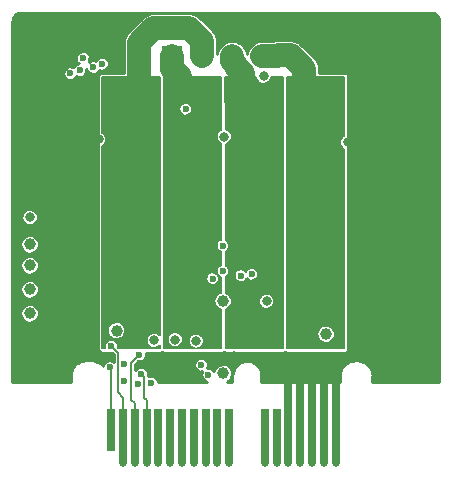
<source format=gbl>
G04 #@! TF.GenerationSoftware,KiCad,Pcbnew,(5.1.0-1558-g0ba0c1724)*
G04 #@! TF.CreationDate,2019-11-02T18:18:41-07:00*
G04 #@! TF.ProjectId,TMC2660_Driver,544d4332-3636-4305-9f44-72697665722e,rev?*
G04 #@! TF.SameCoordinates,Original*
G04 #@! TF.FileFunction,Copper,L4,Bot*
G04 #@! TF.FilePolarity,Positive*
%FSLAX46Y46*%
G04 Gerber Fmt 4.6, Leading zero omitted, Abs format (unit mm)*
G04 Created by KiCad (PCBNEW (5.1.0-1558-g0ba0c1724)) date 2019-11-02 18:18:41*
%MOMM*%
%LPD*%
G04 APERTURE LIST*
%ADD10C,1.778000*%
%ADD11R,1.778000X1.778000*%
%ADD12O,0.650000X0.650000*%
%ADD13R,0.650000X4.600000*%
%ADD14R,0.650000X3.600000*%
%ADD15C,0.600000*%
%ADD16C,1.000000*%
%ADD17C,0.800000*%
%ADD18C,0.127000*%
%ADD19C,2.000000*%
%ADD20C,0.700000*%
%ADD21C,0.650000*%
%ADD22C,0.254000*%
%ADD23C,0.152400*%
G04 APERTURE END LIST*
D10*
X130429000Y-78562200D03*
X127889000Y-78562200D03*
X125349000Y-78562200D03*
D11*
X122809000Y-78562200D03*
D12*
X118652800Y-112985200D03*
X136652800Y-112985200D03*
X135652800Y-112985200D03*
X130652800Y-112985200D03*
X127652800Y-112985200D03*
X134652800Y-112985200D03*
X131652800Y-112985200D03*
X119652800Y-112985200D03*
X133652800Y-112985200D03*
X132652800Y-112985200D03*
X126652800Y-112985200D03*
X125652800Y-112985200D03*
X124652800Y-112985200D03*
X123652800Y-112985200D03*
X122652800Y-112985200D03*
X121652800Y-112985200D03*
X120652800Y-112985200D03*
D13*
X131652800Y-110685200D03*
X130652800Y-110685200D03*
X136652800Y-110685200D03*
X135652800Y-110685200D03*
X134652800Y-110685200D03*
X133652800Y-110685200D03*
X132652800Y-110685200D03*
X127652800Y-110685200D03*
X126652800Y-110685200D03*
X125652800Y-110685200D03*
X124652800Y-110685200D03*
X123652800Y-110685200D03*
X122652800Y-110685200D03*
X121652800Y-110685200D03*
X120652800Y-110685200D03*
X119652800Y-110685200D03*
X118652800Y-110685200D03*
D14*
X117652800Y-110185200D03*
D15*
X117670871Y-103113177D03*
D16*
X135839200Y-102108000D03*
D17*
X139192000Y-103251000D03*
X141097000Y-103251000D03*
D16*
X117983000Y-88900000D03*
X119380000Y-90170000D03*
X117983000Y-91567000D03*
X119380000Y-92792200D03*
X118110000Y-94107000D03*
X119380000Y-95631000D03*
X117729000Y-96774000D03*
X134874000Y-89662000D03*
X136144000Y-91186000D03*
X134874000Y-95123000D03*
X136144000Y-88392000D03*
X136525000Y-96647000D03*
X136271000Y-93726000D03*
X134874000Y-92500800D03*
X129540000Y-85852000D03*
X131064000Y-87376000D03*
X128016000Y-87376000D03*
X129540000Y-88900000D03*
X131064000Y-90424000D03*
X128016000Y-90424000D03*
X129540000Y-91948000D03*
X128016000Y-93472000D03*
X122936000Y-90424000D03*
X125984000Y-93472000D03*
X125984000Y-90424000D03*
X125984000Y-87376000D03*
X124460000Y-91948000D03*
X122936000Y-87376000D03*
X124460000Y-88900000D03*
X124460000Y-85852000D03*
D17*
X116586000Y-77216000D03*
X114046000Y-81026000D03*
X114554000Y-85598000D03*
X115570000Y-85598000D03*
X116586000Y-85598000D03*
X136144000Y-76962000D03*
X140208000Y-80772000D03*
X130556000Y-80264000D03*
X139700000Y-85852000D03*
X138684000Y-85852000D03*
X137668000Y-85852000D03*
X127229569Y-85368689D03*
X130810000Y-99314000D03*
D15*
X127127000Y-94615000D03*
X127127000Y-96774000D03*
D16*
X127127000Y-99314000D03*
X127127000Y-105410000D03*
D15*
X129540000Y-97028000D03*
X125857000Y-105537000D03*
X128651000Y-97155000D03*
X126238000Y-97409000D03*
X114172048Y-80019511D03*
X120167400Y-105435400D03*
X115239800Y-78714600D03*
X116865400Y-79196976D03*
X114976289Y-79756000D03*
X116103309Y-79474885D03*
X117533650Y-104893313D03*
X119902121Y-106309743D03*
X118775110Y-106051620D03*
X120046001Y-103829105D03*
X121029132Y-106194072D03*
X118775110Y-104651586D03*
D16*
X114173000Y-95453200D03*
X114173000Y-98399600D03*
X114198400Y-92405200D03*
X114147600Y-89585800D03*
X139192000Y-101092000D03*
X141224000Y-101092000D03*
X141224000Y-97790000D03*
X139192000Y-97790000D03*
X139192000Y-95758000D03*
X141224000Y-95758000D03*
X141224000Y-92710000D03*
X139192000Y-92710000D03*
X138938000Y-89408000D03*
X141224000Y-89408000D03*
X136133840Y-79230220D03*
X141063980Y-82260440D03*
X128016000Y-75692000D03*
X115112800Y-77597000D03*
X113080800Y-78486000D03*
X131318000Y-105410000D03*
D17*
X110744000Y-92202000D03*
D16*
X110744000Y-94488000D03*
X110744000Y-96266000D03*
X110744000Y-98298000D03*
X110744000Y-100330000D03*
X110744000Y-86360000D03*
X110744000Y-83566000D03*
X110744000Y-81026000D03*
D15*
X123952000Y-83058000D03*
D17*
X121310400Y-102616000D03*
X123088400Y-102565200D03*
D15*
X125257457Y-104683457D03*
D17*
X128066800Y-103936800D03*
X124858054Y-102679320D03*
D16*
X118110000Y-101803200D03*
D18*
X118652800Y-110685200D02*
X118652800Y-107476800D01*
X117970870Y-103413176D02*
X117670871Y-103113177D01*
X118652800Y-107476800D02*
X118211600Y-107035600D01*
X118211600Y-107035600D02*
X118211600Y-103653906D01*
X118211600Y-103653906D02*
X117970870Y-103413176D01*
D19*
X131686235Y-78562200D02*
X131762435Y-78486000D01*
X130429000Y-78562200D02*
X131686235Y-78562200D01*
X131762435Y-78486000D02*
X132842000Y-78486000D01*
X132842000Y-78486000D02*
X133985000Y-79629000D01*
X133985000Y-79629000D02*
X133985000Y-81280000D01*
X128228990Y-79333990D02*
X128228990Y-79473473D01*
X127889000Y-78562200D02*
X127889000Y-78994000D01*
X127889000Y-78994000D02*
X128228990Y-79333990D01*
X128228990Y-79473473D02*
X128778000Y-80022483D01*
X128778000Y-80022483D02*
X128778000Y-81280000D01*
X122809000Y-78562200D02*
X122809000Y-79629000D01*
X122809000Y-79629000D02*
X123444000Y-80264000D01*
X125349000Y-77304965D02*
X124244035Y-76200000D01*
X125349000Y-78562200D02*
X125349000Y-77304965D01*
X121233198Y-76200000D02*
X120015000Y-77418198D01*
X124244035Y-76200000D02*
X121233198Y-76200000D01*
X120015000Y-77418198D02*
X120015000Y-81153000D01*
X123444000Y-80264000D02*
X123444000Y-80899000D01*
D18*
X117652800Y-105012463D02*
X117533650Y-104893313D01*
X117652800Y-110185200D02*
X117652800Y-105012463D01*
X120167400Y-105435400D02*
X120465622Y-105733622D01*
X119338611Y-107629211D02*
X119338611Y-104536495D01*
X119652800Y-110685200D02*
X119652800Y-107943400D01*
X119652800Y-107943400D02*
X119338611Y-107629211D01*
X120652800Y-107673400D02*
X120652800Y-108258200D01*
X119746002Y-104129104D02*
X120046001Y-103829105D01*
X120652800Y-108258200D02*
X120652800Y-110685200D01*
X119338611Y-104536495D02*
X119746002Y-104129104D01*
X120465622Y-105733622D02*
X120465622Y-107486222D01*
X120465622Y-107486222D02*
X120652800Y-107673400D01*
D20*
X136652800Y-107685200D02*
X136657080Y-107680920D01*
D21*
X136652800Y-110685200D02*
X136652800Y-107685200D01*
D20*
X136657080Y-107680920D02*
X136657080Y-105854500D01*
D21*
X135652800Y-110685200D02*
X135652800Y-105979940D01*
X132652800Y-110685200D02*
X132652800Y-106020840D01*
X133652800Y-110685200D02*
X133652800Y-105926160D01*
D20*
X134652800Y-107685200D02*
X134653020Y-107684980D01*
D21*
X134652800Y-110685200D02*
X134652800Y-107685200D01*
D20*
X134653020Y-107684980D02*
X134653020Y-105765600D01*
D22*
G36*
X109278400Y-96259131D02*
G01*
X109956845Y-96259131D01*
X109989622Y-96490889D01*
X110089098Y-96702765D01*
X110246476Y-96876024D01*
X110447842Y-96995350D01*
X110675392Y-97050189D01*
X110909009Y-97035696D01*
X111128036Y-96953151D01*
X111313109Y-96809852D01*
X111447865Y-96618470D01*
X111520547Y-96395441D01*
X111522687Y-96150131D01*
X111453909Y-95925868D01*
X111322514Y-95732163D01*
X111139970Y-95585655D01*
X110922417Y-95499301D01*
X110689089Y-95480732D01*
X110460616Y-95531593D01*
X110257198Y-95647385D01*
X110096821Y-95817872D01*
X109993662Y-96027979D01*
X109956845Y-96259131D01*
X109278400Y-96259131D01*
X109278400Y-94481131D01*
X109956845Y-94481131D01*
X109989622Y-94712889D01*
X110089098Y-94924765D01*
X110246476Y-95098024D01*
X110447842Y-95217350D01*
X110675392Y-95272189D01*
X110909009Y-95257696D01*
X111128036Y-95175151D01*
X111313109Y-95031852D01*
X111447865Y-94840470D01*
X111520547Y-94617441D01*
X111522687Y-94372131D01*
X111453909Y-94147868D01*
X111322514Y-93954163D01*
X111139970Y-93807655D01*
X110922417Y-93721301D01*
X110689089Y-93702732D01*
X110460616Y-93753593D01*
X110257198Y-93869385D01*
X110096821Y-94039872D01*
X109993662Y-94249979D01*
X109956845Y-94481131D01*
X109278400Y-94481131D01*
X109278400Y-92195998D01*
X110056254Y-92195998D01*
X110091390Y-92419094D01*
X110196896Y-92618782D01*
X110361396Y-92773528D01*
X110567152Y-92866645D01*
X110791976Y-92888096D01*
X111011628Y-92835565D01*
X111202422Y-92714717D01*
X111343785Y-92538583D01*
X111420645Y-92325678D01*
X111422701Y-92090150D01*
X111349567Y-91875936D01*
X111211300Y-91697361D01*
X111022645Y-91573202D01*
X110803944Y-91516846D01*
X110578778Y-91534369D01*
X110371429Y-91623882D01*
X110204253Y-91775733D01*
X110095278Y-91973549D01*
X110056254Y-92195998D01*
X109278400Y-92195998D01*
X109278400Y-80012322D01*
X113583689Y-80012322D01*
X113620549Y-80224611D01*
X113731361Y-80409399D01*
X113901265Y-80541904D01*
X114107480Y-80604361D01*
X114322353Y-80588392D01*
X114517072Y-80496141D01*
X114665523Y-80339977D01*
X114694512Y-80269819D01*
X114705506Y-80278393D01*
X114911721Y-80340850D01*
X115126594Y-80324881D01*
X115321313Y-80232630D01*
X115469764Y-80076466D01*
X115552329Y-79876647D01*
X115554673Y-79684759D01*
X115662622Y-79864773D01*
X115832526Y-79997278D01*
X116038741Y-80059735D01*
X116253614Y-80043766D01*
X116448333Y-79951515D01*
X116596784Y-79795351D01*
X116624447Y-79728404D01*
X116800832Y-79781826D01*
X117015705Y-79765857D01*
X117210424Y-79673606D01*
X117358875Y-79517442D01*
X117441440Y-79317623D01*
X117444215Y-79090439D01*
X117366558Y-78888662D01*
X117221966Y-78728917D01*
X117029559Y-78631936D01*
X116815140Y-78610724D01*
X116607461Y-78668124D01*
X116434370Y-78796438D01*
X116339531Y-78946168D01*
X116267468Y-78909845D01*
X116053049Y-78888633D01*
X115845370Y-78946033D01*
X115736811Y-79026509D01*
X115815840Y-78835247D01*
X115818615Y-78608063D01*
X115740958Y-78406286D01*
X115596366Y-78246541D01*
X115403959Y-78149560D01*
X115189540Y-78128348D01*
X114981861Y-78185748D01*
X114808770Y-78314062D01*
X114693476Y-78496086D01*
X114651441Y-78707411D01*
X114688301Y-78919700D01*
X114799113Y-79104488D01*
X114894106Y-79178571D01*
X114718350Y-79227148D01*
X114545259Y-79355462D01*
X114447132Y-79510382D01*
X114336207Y-79454471D01*
X114121788Y-79433259D01*
X113914109Y-79490659D01*
X113741018Y-79618973D01*
X113625724Y-79800997D01*
X113583689Y-80012322D01*
X109278400Y-80012322D01*
X109278400Y-75651096D01*
X109280647Y-75645181D01*
X109299835Y-75456276D01*
X109343034Y-75318426D01*
X109413073Y-75192072D01*
X109507079Y-75082393D01*
X109621233Y-74993847D01*
X109750860Y-74930063D01*
X109894031Y-74892770D01*
X110038312Y-74881667D01*
X110047589Y-74878400D01*
X144648904Y-74878400D01*
X144654819Y-74880647D01*
X144843724Y-74899835D01*
X144981574Y-74943034D01*
X145107928Y-75013073D01*
X145217607Y-75107079D01*
X145306153Y-75221233D01*
X145369937Y-75350860D01*
X145407230Y-75494031D01*
X145418333Y-75638312D01*
X145421601Y-75647592D01*
X145421600Y-106109500D01*
X139778400Y-106109500D01*
X139778400Y-105625826D01*
X139784212Y-105594767D01*
X139769895Y-105408705D01*
X139766960Y-105400369D01*
X139767021Y-105391533D01*
X139707713Y-105163846D01*
X139701623Y-105153124D01*
X139699226Y-105141021D01*
X139595344Y-104929906D01*
X139587222Y-104920629D01*
X139582444Y-104909262D01*
X139438233Y-104723346D01*
X139428407Y-104715887D01*
X139421439Y-104705711D01*
X139242793Y-104552593D01*
X139231670Y-104547264D01*
X139222798Y-104538697D01*
X139017010Y-104424626D01*
X139005045Y-104421643D01*
X138994633Y-104415035D01*
X138770109Y-104344674D01*
X138757787Y-104344158D01*
X138746261Y-104339779D01*
X138512174Y-104316001D01*
X138477604Y-104321600D01*
X138325826Y-104321600D01*
X138294767Y-104315788D01*
X138108705Y-104330105D01*
X138100369Y-104333040D01*
X138091533Y-104332979D01*
X137863846Y-104392287D01*
X137853124Y-104398377D01*
X137841021Y-104400774D01*
X137629906Y-104504656D01*
X137620629Y-104512778D01*
X137609262Y-104517556D01*
X137423346Y-104661767D01*
X137415887Y-104671593D01*
X137405711Y-104678561D01*
X137252593Y-104857207D01*
X137247264Y-104868330D01*
X137238697Y-104877202D01*
X137124626Y-105082990D01*
X137121643Y-105094955D01*
X137115035Y-105105367D01*
X137044674Y-105329891D01*
X137044158Y-105342213D01*
X137039779Y-105353739D01*
X137016001Y-105587826D01*
X137021601Y-105622402D01*
X137021601Y-106109500D01*
X130378400Y-106109500D01*
X130378400Y-105629256D01*
X130384254Y-105601716D01*
X130377314Y-105469285D01*
X130375669Y-105464221D01*
X130375966Y-105458903D01*
X130329917Y-105238479D01*
X130324357Y-105227473D01*
X130322556Y-105215275D01*
X130233126Y-105008611D01*
X130225463Y-104998943D01*
X130221246Y-104987356D01*
X130092085Y-104802896D01*
X130082640Y-104794971D01*
X130076178Y-104784466D01*
X129912565Y-104629745D01*
X129901716Y-104623878D01*
X129893273Y-104614888D01*
X129701892Y-104496226D01*
X129690086Y-104492662D01*
X129680009Y-104485553D01*
X129468676Y-104407797D01*
X129456393Y-104406679D01*
X129445092Y-104401742D01*
X129222442Y-104368069D01*
X129210184Y-104369444D01*
X129198120Y-104366880D01*
X128973246Y-104378665D01*
X128961516Y-104382476D01*
X128949188Y-104382390D01*
X128731273Y-104439152D01*
X128720551Y-104445243D01*
X128708455Y-104447638D01*
X128506405Y-104547058D01*
X128497123Y-104555184D01*
X128485757Y-104559962D01*
X128307826Y-104697977D01*
X128300369Y-104707801D01*
X128290197Y-104714766D01*
X128143652Y-104885742D01*
X128138322Y-104896867D01*
X128129756Y-104905737D01*
X128020585Y-105102685D01*
X128017600Y-105114655D01*
X128010993Y-105125067D01*
X127943654Y-105339944D01*
X127943138Y-105352266D01*
X127938759Y-105363792D01*
X127916002Y-105587824D01*
X127921601Y-105622394D01*
X127921601Y-106109500D01*
X127478269Y-106109500D01*
X127511036Y-106097151D01*
X127696109Y-105953852D01*
X127830865Y-105762470D01*
X127903547Y-105539441D01*
X127905687Y-105294131D01*
X127836909Y-105069868D01*
X127705514Y-104876163D01*
X127522970Y-104729655D01*
X127305417Y-104643301D01*
X127072089Y-104624732D01*
X126843616Y-104675593D01*
X126640198Y-104791385D01*
X126479821Y-104961872D01*
X126376662Y-105171979D01*
X126364857Y-105246093D01*
X126358158Y-105228686D01*
X126213566Y-105068941D01*
X126021159Y-104971960D01*
X125806740Y-104950748D01*
X125768541Y-104961306D01*
X125833497Y-104804104D01*
X125836272Y-104576920D01*
X125758615Y-104375143D01*
X125614023Y-104215398D01*
X125421616Y-104118417D01*
X125207197Y-104097205D01*
X124999518Y-104154605D01*
X124826427Y-104282919D01*
X124711133Y-104464943D01*
X124669098Y-104676268D01*
X124705958Y-104888557D01*
X124816770Y-105073345D01*
X124986674Y-105205850D01*
X125192889Y-105268307D01*
X125349848Y-105256642D01*
X125310676Y-105318486D01*
X125268641Y-105529811D01*
X125305501Y-105742100D01*
X125416313Y-105926888D01*
X125586217Y-106059393D01*
X125751656Y-106109500D01*
X121607679Y-106109500D01*
X121607947Y-106087535D01*
X121530290Y-105885758D01*
X121385698Y-105726013D01*
X121193291Y-105629032D01*
X120978872Y-105607820D01*
X120807522Y-105655179D01*
X120807522Y-105642010D01*
X120784223Y-105601654D01*
X120772161Y-105556641D01*
X120743779Y-105528260D01*
X120746215Y-105328863D01*
X120668558Y-105127086D01*
X120523966Y-104967341D01*
X120331559Y-104870360D01*
X120117140Y-104849148D01*
X119909461Y-104906548D01*
X119736370Y-105034862D01*
X119680511Y-105123051D01*
X119680511Y-104678114D01*
X119953217Y-104405409D01*
X119981433Y-104413955D01*
X120196306Y-104397986D01*
X120391025Y-104305735D01*
X120539476Y-104149571D01*
X120622041Y-103949752D01*
X120624816Y-103722568D01*
X120599350Y-103656400D01*
X121856588Y-103656400D01*
X121943500Y-103633112D01*
X122030412Y-103656400D01*
X127063588Y-103656400D01*
X127170500Y-103627753D01*
X127277412Y-103656400D01*
X132310644Y-103656400D01*
X132377412Y-103638447D01*
X132444412Y-103656400D01*
X137477588Y-103656400D01*
X137602423Y-103622950D01*
X137705950Y-103519423D01*
X137739400Y-103394588D01*
X137739400Y-80250412D01*
X137705950Y-80125577D01*
X137602423Y-80022050D01*
X137477588Y-79988600D01*
X135263400Y-79988600D01*
X135263400Y-79641720D01*
X135264895Y-79498993D01*
X135248278Y-79422139D01*
X135239511Y-79343982D01*
X135218065Y-79282396D01*
X135204286Y-79218664D01*
X135171052Y-79147393D01*
X135145190Y-79073129D01*
X135110634Y-79017828D01*
X135082888Y-78958327D01*
X135037075Y-78900109D01*
X134993207Y-78829905D01*
X134938405Y-78774720D01*
X134937498Y-78773567D01*
X134903504Y-78739574D01*
X134791114Y-78626396D01*
X134788958Y-78625028D01*
X133755119Y-77591190D01*
X133655094Y-77489049D01*
X133588993Y-77446450D01*
X133527535Y-77397389D01*
X133468833Y-77369011D01*
X133414013Y-77333683D01*
X133340112Y-77306786D01*
X133269319Y-77272563D01*
X133205787Y-77257895D01*
X133144087Y-77235439D01*
X133070513Y-77226665D01*
X132989864Y-77208046D01*
X132912078Y-77207774D01*
X132910612Y-77207600D01*
X132862067Y-77207600D01*
X132703061Y-77207044D01*
X132700574Y-77207600D01*
X131775156Y-77207600D01*
X131632429Y-77206105D01*
X131555573Y-77222722D01*
X131477417Y-77231489D01*
X131415832Y-77252935D01*
X131352100Y-77266714D01*
X131315459Y-77283800D01*
X130356955Y-77283800D01*
X130143982Y-77307689D01*
X129873130Y-77402010D01*
X129629906Y-77553993D01*
X129426397Y-77756086D01*
X129272719Y-77998244D01*
X129176509Y-78268431D01*
X129159000Y-78415267D01*
X129143511Y-78277182D01*
X129049190Y-78006330D01*
X128897207Y-77763106D01*
X128695114Y-77559597D01*
X128452955Y-77405919D01*
X128182768Y-77309709D01*
X127897980Y-77275750D01*
X127612747Y-77305730D01*
X127341243Y-77398157D01*
X127096963Y-77548439D01*
X126892049Y-77749106D01*
X126736683Y-77990187D01*
X126638439Y-78260114D01*
X126627400Y-78352687D01*
X126627400Y-77317635D01*
X126628894Y-77174957D01*
X126612279Y-77098112D01*
X126603511Y-77019947D01*
X126582062Y-76958354D01*
X126568285Y-76894629D01*
X126535053Y-76823362D01*
X126509190Y-76749094D01*
X126474632Y-76693791D01*
X126446888Y-76634292D01*
X126401075Y-76576074D01*
X126357207Y-76505870D01*
X126302405Y-76450685D01*
X126301498Y-76449532D01*
X126267504Y-76415539D01*
X126155114Y-76302361D01*
X126152958Y-76300993D01*
X125157154Y-75305190D01*
X125057129Y-75203049D01*
X124991028Y-75160450D01*
X124929570Y-75111389D01*
X124870868Y-75083011D01*
X124816048Y-75047683D01*
X124742147Y-75020786D01*
X124671354Y-74986563D01*
X124607822Y-74971895D01*
X124546122Y-74949439D01*
X124472548Y-74940665D01*
X124391899Y-74922046D01*
X124314113Y-74921774D01*
X124312647Y-74921600D01*
X124264102Y-74921600D01*
X124105096Y-74921044D01*
X124102609Y-74921600D01*
X121245918Y-74921600D01*
X121103191Y-74920105D01*
X121026337Y-74936722D01*
X120948180Y-74945489D01*
X120886594Y-74966935D01*
X120822862Y-74980714D01*
X120751591Y-75013948D01*
X120677327Y-75039810D01*
X120622026Y-75074366D01*
X120562525Y-75102112D01*
X120504307Y-75147925D01*
X120434103Y-75191793D01*
X120378918Y-75246595D01*
X120377765Y-75247502D01*
X120343773Y-75281495D01*
X120230594Y-75393886D01*
X120229226Y-75396042D01*
X119120190Y-76505079D01*
X119018048Y-76605104D01*
X118975446Y-76671211D01*
X118926389Y-76732664D01*
X118898012Y-76791365D01*
X118862683Y-76846185D01*
X118835788Y-76920082D01*
X118801562Y-76990880D01*
X118786894Y-77054417D01*
X118764439Y-77116111D01*
X118755665Y-77189685D01*
X118737046Y-77270334D01*
X118736774Y-77348121D01*
X118736600Y-77349587D01*
X118736600Y-77398128D01*
X118736044Y-77557137D01*
X118736600Y-77559624D01*
X118736601Y-79988600D01*
X116823412Y-79988600D01*
X116698577Y-80022050D01*
X116595050Y-80125577D01*
X116561600Y-80250412D01*
X116561600Y-103394588D01*
X116595050Y-103519423D01*
X116698577Y-103622950D01*
X116823412Y-103656400D01*
X117468863Y-103656400D01*
X117606303Y-103698027D01*
X117760725Y-103686551D01*
X117763667Y-103689493D01*
X117763669Y-103689494D01*
X117869701Y-103795527D01*
X117869701Y-104414913D01*
X117697809Y-104328273D01*
X117483390Y-104307061D01*
X117275711Y-104364461D01*
X117102620Y-104492775D01*
X116987326Y-104674799D01*
X116969621Y-104763811D01*
X116938233Y-104723346D01*
X116928407Y-104715887D01*
X116921439Y-104705711D01*
X116742793Y-104552593D01*
X116731670Y-104547264D01*
X116722798Y-104538697D01*
X116517010Y-104424626D01*
X116505045Y-104421643D01*
X116494633Y-104415035D01*
X116270109Y-104344674D01*
X116257787Y-104344158D01*
X116246261Y-104339779D01*
X116012174Y-104316001D01*
X115977604Y-104321600D01*
X115525826Y-104321600D01*
X115494767Y-104315788D01*
X115308705Y-104330105D01*
X115300369Y-104333040D01*
X115291533Y-104332979D01*
X115063846Y-104392287D01*
X115053124Y-104398377D01*
X115041021Y-104400774D01*
X114829906Y-104504656D01*
X114820629Y-104512778D01*
X114809262Y-104517556D01*
X114623346Y-104661767D01*
X114615887Y-104671593D01*
X114605711Y-104678561D01*
X114452593Y-104857207D01*
X114447264Y-104868330D01*
X114438697Y-104877202D01*
X114324626Y-105082990D01*
X114321643Y-105094955D01*
X114315035Y-105105367D01*
X114244674Y-105329891D01*
X114244158Y-105342213D01*
X114239779Y-105353739D01*
X114216001Y-105587826D01*
X114221600Y-105622396D01*
X114221600Y-106109500D01*
X109278400Y-106109500D01*
X109278400Y-100323131D01*
X109956845Y-100323131D01*
X109989622Y-100554889D01*
X110089098Y-100766765D01*
X110246476Y-100940024D01*
X110447842Y-101059350D01*
X110675392Y-101114189D01*
X110909009Y-101099696D01*
X111128036Y-101017151D01*
X111313109Y-100873852D01*
X111447865Y-100682470D01*
X111520547Y-100459441D01*
X111522687Y-100214131D01*
X111453909Y-99989868D01*
X111322514Y-99796163D01*
X111139970Y-99649655D01*
X110922417Y-99563301D01*
X110689089Y-99544732D01*
X110460616Y-99595593D01*
X110257198Y-99711385D01*
X110096821Y-99881872D01*
X109993662Y-100091979D01*
X109956845Y-100323131D01*
X109278400Y-100323131D01*
X109278400Y-98291131D01*
X109956845Y-98291131D01*
X109989622Y-98522889D01*
X110089098Y-98734765D01*
X110246476Y-98908024D01*
X110447842Y-99027350D01*
X110675392Y-99082189D01*
X110909009Y-99067696D01*
X111128036Y-98985151D01*
X111313109Y-98841852D01*
X111447865Y-98650470D01*
X111520547Y-98427441D01*
X111522687Y-98182131D01*
X111453909Y-97957868D01*
X111322514Y-97764163D01*
X111139970Y-97617655D01*
X110922417Y-97531301D01*
X110689089Y-97512732D01*
X110460616Y-97563593D01*
X110257198Y-97679385D01*
X110096821Y-97849872D01*
X109993662Y-98059979D01*
X109956845Y-98291131D01*
X109278400Y-98291131D01*
X109278400Y-96259131D01*
X109278400Y-96259131D01*
G37*
X109278400Y-96259131D02*
X109956845Y-96259131D01*
X109989622Y-96490889D01*
X110089098Y-96702765D01*
X110246476Y-96876024D01*
X110447842Y-96995350D01*
X110675392Y-97050189D01*
X110909009Y-97035696D01*
X111128036Y-96953151D01*
X111313109Y-96809852D01*
X111447865Y-96618470D01*
X111520547Y-96395441D01*
X111522687Y-96150131D01*
X111453909Y-95925868D01*
X111322514Y-95732163D01*
X111139970Y-95585655D01*
X110922417Y-95499301D01*
X110689089Y-95480732D01*
X110460616Y-95531593D01*
X110257198Y-95647385D01*
X110096821Y-95817872D01*
X109993662Y-96027979D01*
X109956845Y-96259131D01*
X109278400Y-96259131D01*
X109278400Y-94481131D01*
X109956845Y-94481131D01*
X109989622Y-94712889D01*
X110089098Y-94924765D01*
X110246476Y-95098024D01*
X110447842Y-95217350D01*
X110675392Y-95272189D01*
X110909009Y-95257696D01*
X111128036Y-95175151D01*
X111313109Y-95031852D01*
X111447865Y-94840470D01*
X111520547Y-94617441D01*
X111522687Y-94372131D01*
X111453909Y-94147868D01*
X111322514Y-93954163D01*
X111139970Y-93807655D01*
X110922417Y-93721301D01*
X110689089Y-93702732D01*
X110460616Y-93753593D01*
X110257198Y-93869385D01*
X110096821Y-94039872D01*
X109993662Y-94249979D01*
X109956845Y-94481131D01*
X109278400Y-94481131D01*
X109278400Y-92195998D01*
X110056254Y-92195998D01*
X110091390Y-92419094D01*
X110196896Y-92618782D01*
X110361396Y-92773528D01*
X110567152Y-92866645D01*
X110791976Y-92888096D01*
X111011628Y-92835565D01*
X111202422Y-92714717D01*
X111343785Y-92538583D01*
X111420645Y-92325678D01*
X111422701Y-92090150D01*
X111349567Y-91875936D01*
X111211300Y-91697361D01*
X111022645Y-91573202D01*
X110803944Y-91516846D01*
X110578778Y-91534369D01*
X110371429Y-91623882D01*
X110204253Y-91775733D01*
X110095278Y-91973549D01*
X110056254Y-92195998D01*
X109278400Y-92195998D01*
X109278400Y-80012322D01*
X113583689Y-80012322D01*
X113620549Y-80224611D01*
X113731361Y-80409399D01*
X113901265Y-80541904D01*
X114107480Y-80604361D01*
X114322353Y-80588392D01*
X114517072Y-80496141D01*
X114665523Y-80339977D01*
X114694512Y-80269819D01*
X114705506Y-80278393D01*
X114911721Y-80340850D01*
X115126594Y-80324881D01*
X115321313Y-80232630D01*
X115469764Y-80076466D01*
X115552329Y-79876647D01*
X115554673Y-79684759D01*
X115662622Y-79864773D01*
X115832526Y-79997278D01*
X116038741Y-80059735D01*
X116253614Y-80043766D01*
X116448333Y-79951515D01*
X116596784Y-79795351D01*
X116624447Y-79728404D01*
X116800832Y-79781826D01*
X117015705Y-79765857D01*
X117210424Y-79673606D01*
X117358875Y-79517442D01*
X117441440Y-79317623D01*
X117444215Y-79090439D01*
X117366558Y-78888662D01*
X117221966Y-78728917D01*
X117029559Y-78631936D01*
X116815140Y-78610724D01*
X116607461Y-78668124D01*
X116434370Y-78796438D01*
X116339531Y-78946168D01*
X116267468Y-78909845D01*
X116053049Y-78888633D01*
X115845370Y-78946033D01*
X115736811Y-79026509D01*
X115815840Y-78835247D01*
X115818615Y-78608063D01*
X115740958Y-78406286D01*
X115596366Y-78246541D01*
X115403959Y-78149560D01*
X115189540Y-78128348D01*
X114981861Y-78185748D01*
X114808770Y-78314062D01*
X114693476Y-78496086D01*
X114651441Y-78707411D01*
X114688301Y-78919700D01*
X114799113Y-79104488D01*
X114894106Y-79178571D01*
X114718350Y-79227148D01*
X114545259Y-79355462D01*
X114447132Y-79510382D01*
X114336207Y-79454471D01*
X114121788Y-79433259D01*
X113914109Y-79490659D01*
X113741018Y-79618973D01*
X113625724Y-79800997D01*
X113583689Y-80012322D01*
X109278400Y-80012322D01*
X109278400Y-75651096D01*
X109280647Y-75645181D01*
X109299835Y-75456276D01*
X109343034Y-75318426D01*
X109413073Y-75192072D01*
X109507079Y-75082393D01*
X109621233Y-74993847D01*
X109750860Y-74930063D01*
X109894031Y-74892770D01*
X110038312Y-74881667D01*
X110047589Y-74878400D01*
X144648904Y-74878400D01*
X144654819Y-74880647D01*
X144843724Y-74899835D01*
X144981574Y-74943034D01*
X145107928Y-75013073D01*
X145217607Y-75107079D01*
X145306153Y-75221233D01*
X145369937Y-75350860D01*
X145407230Y-75494031D01*
X145418333Y-75638312D01*
X145421601Y-75647592D01*
X145421600Y-106109500D01*
X139778400Y-106109500D01*
X139778400Y-105625826D01*
X139784212Y-105594767D01*
X139769895Y-105408705D01*
X139766960Y-105400369D01*
X139767021Y-105391533D01*
X139707713Y-105163846D01*
X139701623Y-105153124D01*
X139699226Y-105141021D01*
X139595344Y-104929906D01*
X139587222Y-104920629D01*
X139582444Y-104909262D01*
X139438233Y-104723346D01*
X139428407Y-104715887D01*
X139421439Y-104705711D01*
X139242793Y-104552593D01*
X139231670Y-104547264D01*
X139222798Y-104538697D01*
X139017010Y-104424626D01*
X139005045Y-104421643D01*
X138994633Y-104415035D01*
X138770109Y-104344674D01*
X138757787Y-104344158D01*
X138746261Y-104339779D01*
X138512174Y-104316001D01*
X138477604Y-104321600D01*
X138325826Y-104321600D01*
X138294767Y-104315788D01*
X138108705Y-104330105D01*
X138100369Y-104333040D01*
X138091533Y-104332979D01*
X137863846Y-104392287D01*
X137853124Y-104398377D01*
X137841021Y-104400774D01*
X137629906Y-104504656D01*
X137620629Y-104512778D01*
X137609262Y-104517556D01*
X137423346Y-104661767D01*
X137415887Y-104671593D01*
X137405711Y-104678561D01*
X137252593Y-104857207D01*
X137247264Y-104868330D01*
X137238697Y-104877202D01*
X137124626Y-105082990D01*
X137121643Y-105094955D01*
X137115035Y-105105367D01*
X137044674Y-105329891D01*
X137044158Y-105342213D01*
X137039779Y-105353739D01*
X137016001Y-105587826D01*
X137021601Y-105622402D01*
X137021601Y-106109500D01*
X130378400Y-106109500D01*
X130378400Y-105629256D01*
X130384254Y-105601716D01*
X130377314Y-105469285D01*
X130375669Y-105464221D01*
X130375966Y-105458903D01*
X130329917Y-105238479D01*
X130324357Y-105227473D01*
X130322556Y-105215275D01*
X130233126Y-105008611D01*
X130225463Y-104998943D01*
X130221246Y-104987356D01*
X130092085Y-104802896D01*
X130082640Y-104794971D01*
X130076178Y-104784466D01*
X129912565Y-104629745D01*
X129901716Y-104623878D01*
X129893273Y-104614888D01*
X129701892Y-104496226D01*
X129690086Y-104492662D01*
X129680009Y-104485553D01*
X129468676Y-104407797D01*
X129456393Y-104406679D01*
X129445092Y-104401742D01*
X129222442Y-104368069D01*
X129210184Y-104369444D01*
X129198120Y-104366880D01*
X128973246Y-104378665D01*
X128961516Y-104382476D01*
X128949188Y-104382390D01*
X128731273Y-104439152D01*
X128720551Y-104445243D01*
X128708455Y-104447638D01*
X128506405Y-104547058D01*
X128497123Y-104555184D01*
X128485757Y-104559962D01*
X128307826Y-104697977D01*
X128300369Y-104707801D01*
X128290197Y-104714766D01*
X128143652Y-104885742D01*
X128138322Y-104896867D01*
X128129756Y-104905737D01*
X128020585Y-105102685D01*
X128017600Y-105114655D01*
X128010993Y-105125067D01*
X127943654Y-105339944D01*
X127943138Y-105352266D01*
X127938759Y-105363792D01*
X127916002Y-105587824D01*
X127921601Y-105622394D01*
X127921601Y-106109500D01*
X127478269Y-106109500D01*
X127511036Y-106097151D01*
X127696109Y-105953852D01*
X127830865Y-105762470D01*
X127903547Y-105539441D01*
X127905687Y-105294131D01*
X127836909Y-105069868D01*
X127705514Y-104876163D01*
X127522970Y-104729655D01*
X127305417Y-104643301D01*
X127072089Y-104624732D01*
X126843616Y-104675593D01*
X126640198Y-104791385D01*
X126479821Y-104961872D01*
X126376662Y-105171979D01*
X126364857Y-105246093D01*
X126358158Y-105228686D01*
X126213566Y-105068941D01*
X126021159Y-104971960D01*
X125806740Y-104950748D01*
X125768541Y-104961306D01*
X125833497Y-104804104D01*
X125836272Y-104576920D01*
X125758615Y-104375143D01*
X125614023Y-104215398D01*
X125421616Y-104118417D01*
X125207197Y-104097205D01*
X124999518Y-104154605D01*
X124826427Y-104282919D01*
X124711133Y-104464943D01*
X124669098Y-104676268D01*
X124705958Y-104888557D01*
X124816770Y-105073345D01*
X124986674Y-105205850D01*
X125192889Y-105268307D01*
X125349848Y-105256642D01*
X125310676Y-105318486D01*
X125268641Y-105529811D01*
X125305501Y-105742100D01*
X125416313Y-105926888D01*
X125586217Y-106059393D01*
X125751656Y-106109500D01*
X121607679Y-106109500D01*
X121607947Y-106087535D01*
X121530290Y-105885758D01*
X121385698Y-105726013D01*
X121193291Y-105629032D01*
X120978872Y-105607820D01*
X120807522Y-105655179D01*
X120807522Y-105642010D01*
X120784223Y-105601654D01*
X120772161Y-105556641D01*
X120743779Y-105528260D01*
X120746215Y-105328863D01*
X120668558Y-105127086D01*
X120523966Y-104967341D01*
X120331559Y-104870360D01*
X120117140Y-104849148D01*
X119909461Y-104906548D01*
X119736370Y-105034862D01*
X119680511Y-105123051D01*
X119680511Y-104678114D01*
X119953217Y-104405409D01*
X119981433Y-104413955D01*
X120196306Y-104397986D01*
X120391025Y-104305735D01*
X120539476Y-104149571D01*
X120622041Y-103949752D01*
X120624816Y-103722568D01*
X120599350Y-103656400D01*
X121856588Y-103656400D01*
X121943500Y-103633112D01*
X122030412Y-103656400D01*
X127063588Y-103656400D01*
X127170500Y-103627753D01*
X127277412Y-103656400D01*
X132310644Y-103656400D01*
X132377412Y-103638447D01*
X132444412Y-103656400D01*
X137477588Y-103656400D01*
X137602423Y-103622950D01*
X137705950Y-103519423D01*
X137739400Y-103394588D01*
X137739400Y-80250412D01*
X137705950Y-80125577D01*
X137602423Y-80022050D01*
X137477588Y-79988600D01*
X135263400Y-79988600D01*
X135263400Y-79641720D01*
X135264895Y-79498993D01*
X135248278Y-79422139D01*
X135239511Y-79343982D01*
X135218065Y-79282396D01*
X135204286Y-79218664D01*
X135171052Y-79147393D01*
X135145190Y-79073129D01*
X135110634Y-79017828D01*
X135082888Y-78958327D01*
X135037075Y-78900109D01*
X134993207Y-78829905D01*
X134938405Y-78774720D01*
X134937498Y-78773567D01*
X134903504Y-78739574D01*
X134791114Y-78626396D01*
X134788958Y-78625028D01*
X133755119Y-77591190D01*
X133655094Y-77489049D01*
X133588993Y-77446450D01*
X133527535Y-77397389D01*
X133468833Y-77369011D01*
X133414013Y-77333683D01*
X133340112Y-77306786D01*
X133269319Y-77272563D01*
X133205787Y-77257895D01*
X133144087Y-77235439D01*
X133070513Y-77226665D01*
X132989864Y-77208046D01*
X132912078Y-77207774D01*
X132910612Y-77207600D01*
X132862067Y-77207600D01*
X132703061Y-77207044D01*
X132700574Y-77207600D01*
X131775156Y-77207600D01*
X131632429Y-77206105D01*
X131555573Y-77222722D01*
X131477417Y-77231489D01*
X131415832Y-77252935D01*
X131352100Y-77266714D01*
X131315459Y-77283800D01*
X130356955Y-77283800D01*
X130143982Y-77307689D01*
X129873130Y-77402010D01*
X129629906Y-77553993D01*
X129426397Y-77756086D01*
X129272719Y-77998244D01*
X129176509Y-78268431D01*
X129159000Y-78415267D01*
X129143511Y-78277182D01*
X129049190Y-78006330D01*
X128897207Y-77763106D01*
X128695114Y-77559597D01*
X128452955Y-77405919D01*
X128182768Y-77309709D01*
X127897980Y-77275750D01*
X127612747Y-77305730D01*
X127341243Y-77398157D01*
X127096963Y-77548439D01*
X126892049Y-77749106D01*
X126736683Y-77990187D01*
X126638439Y-78260114D01*
X126627400Y-78352687D01*
X126627400Y-77317635D01*
X126628894Y-77174957D01*
X126612279Y-77098112D01*
X126603511Y-77019947D01*
X126582062Y-76958354D01*
X126568285Y-76894629D01*
X126535053Y-76823362D01*
X126509190Y-76749094D01*
X126474632Y-76693791D01*
X126446888Y-76634292D01*
X126401075Y-76576074D01*
X126357207Y-76505870D01*
X126302405Y-76450685D01*
X126301498Y-76449532D01*
X126267504Y-76415539D01*
X126155114Y-76302361D01*
X126152958Y-76300993D01*
X125157154Y-75305190D01*
X125057129Y-75203049D01*
X124991028Y-75160450D01*
X124929570Y-75111389D01*
X124870868Y-75083011D01*
X124816048Y-75047683D01*
X124742147Y-75020786D01*
X124671354Y-74986563D01*
X124607822Y-74971895D01*
X124546122Y-74949439D01*
X124472548Y-74940665D01*
X124391899Y-74922046D01*
X124314113Y-74921774D01*
X124312647Y-74921600D01*
X124264102Y-74921600D01*
X124105096Y-74921044D01*
X124102609Y-74921600D01*
X121245918Y-74921600D01*
X121103191Y-74920105D01*
X121026337Y-74936722D01*
X120948180Y-74945489D01*
X120886594Y-74966935D01*
X120822862Y-74980714D01*
X120751591Y-75013948D01*
X120677327Y-75039810D01*
X120622026Y-75074366D01*
X120562525Y-75102112D01*
X120504307Y-75147925D01*
X120434103Y-75191793D01*
X120378918Y-75246595D01*
X120377765Y-75247502D01*
X120343773Y-75281495D01*
X120230594Y-75393886D01*
X120229226Y-75396042D01*
X119120190Y-76505079D01*
X119018048Y-76605104D01*
X118975446Y-76671211D01*
X118926389Y-76732664D01*
X118898012Y-76791365D01*
X118862683Y-76846185D01*
X118835788Y-76920082D01*
X118801562Y-76990880D01*
X118786894Y-77054417D01*
X118764439Y-77116111D01*
X118755665Y-77189685D01*
X118737046Y-77270334D01*
X118736774Y-77348121D01*
X118736600Y-77349587D01*
X118736600Y-77398128D01*
X118736044Y-77557137D01*
X118736600Y-77559624D01*
X118736601Y-79988600D01*
X116823412Y-79988600D01*
X116698577Y-80022050D01*
X116595050Y-80125577D01*
X116561600Y-80250412D01*
X116561600Y-103394588D01*
X116595050Y-103519423D01*
X116698577Y-103622950D01*
X116823412Y-103656400D01*
X117468863Y-103656400D01*
X117606303Y-103698027D01*
X117760725Y-103686551D01*
X117763667Y-103689493D01*
X117763669Y-103689494D01*
X117869701Y-103795527D01*
X117869701Y-104414913D01*
X117697809Y-104328273D01*
X117483390Y-104307061D01*
X117275711Y-104364461D01*
X117102620Y-104492775D01*
X116987326Y-104674799D01*
X116969621Y-104763811D01*
X116938233Y-104723346D01*
X116928407Y-104715887D01*
X116921439Y-104705711D01*
X116742793Y-104552593D01*
X116731670Y-104547264D01*
X116722798Y-104538697D01*
X116517010Y-104424626D01*
X116505045Y-104421643D01*
X116494633Y-104415035D01*
X116270109Y-104344674D01*
X116257787Y-104344158D01*
X116246261Y-104339779D01*
X116012174Y-104316001D01*
X115977604Y-104321600D01*
X115525826Y-104321600D01*
X115494767Y-104315788D01*
X115308705Y-104330105D01*
X115300369Y-104333040D01*
X115291533Y-104332979D01*
X115063846Y-104392287D01*
X115053124Y-104398377D01*
X115041021Y-104400774D01*
X114829906Y-104504656D01*
X114820629Y-104512778D01*
X114809262Y-104517556D01*
X114623346Y-104661767D01*
X114615887Y-104671593D01*
X114605711Y-104678561D01*
X114452593Y-104857207D01*
X114447264Y-104868330D01*
X114438697Y-104877202D01*
X114324626Y-105082990D01*
X114321643Y-105094955D01*
X114315035Y-105105367D01*
X114244674Y-105329891D01*
X114244158Y-105342213D01*
X114239779Y-105353739D01*
X114216001Y-105587826D01*
X114221600Y-105622396D01*
X114221600Y-106109500D01*
X109278400Y-106109500D01*
X109278400Y-100323131D01*
X109956845Y-100323131D01*
X109989622Y-100554889D01*
X110089098Y-100766765D01*
X110246476Y-100940024D01*
X110447842Y-101059350D01*
X110675392Y-101114189D01*
X110909009Y-101099696D01*
X111128036Y-101017151D01*
X111313109Y-100873852D01*
X111447865Y-100682470D01*
X111520547Y-100459441D01*
X111522687Y-100214131D01*
X111453909Y-99989868D01*
X111322514Y-99796163D01*
X111139970Y-99649655D01*
X110922417Y-99563301D01*
X110689089Y-99544732D01*
X110460616Y-99595593D01*
X110257198Y-99711385D01*
X110096821Y-99881872D01*
X109993662Y-100091979D01*
X109956845Y-100323131D01*
X109278400Y-100323131D01*
X109278400Y-98291131D01*
X109956845Y-98291131D01*
X109989622Y-98522889D01*
X110089098Y-98734765D01*
X110246476Y-98908024D01*
X110447842Y-99027350D01*
X110675392Y-99082189D01*
X110909009Y-99067696D01*
X111128036Y-98985151D01*
X111313109Y-98841852D01*
X111447865Y-98650470D01*
X111520547Y-98427441D01*
X111522687Y-98182131D01*
X111453909Y-97957868D01*
X111322514Y-97764163D01*
X111139970Y-97617655D01*
X110922417Y-97531301D01*
X110689089Y-97512732D01*
X110460616Y-97563593D01*
X110257198Y-97679385D01*
X110096821Y-97849872D01*
X109993662Y-98059979D01*
X109956845Y-98291131D01*
X109278400Y-98291131D01*
X109278400Y-96259131D01*
D23*
G36*
X137385800Y-80342200D02*
G01*
X137385800Y-85290201D01*
X137323326Y-85317171D01*
X137168668Y-85457651D01*
X137067853Y-85640655D01*
X137031751Y-85846448D01*
X137064256Y-86052838D01*
X137161862Y-86237574D01*
X137314044Y-86380733D01*
X137385800Y-86413207D01*
X137385800Y-103302800D01*
X132536200Y-103302800D01*
X132536200Y-102101579D01*
X135103414Y-102101579D01*
X135134052Y-102318213D01*
X135227036Y-102516262D01*
X135374144Y-102678215D01*
X135562369Y-102789753D01*
X135775069Y-102841014D01*
X135993440Y-102827467D01*
X136198174Y-102750308D01*
X136371169Y-102616361D01*
X136497131Y-102437468D01*
X136565017Y-102229157D01*
X136567020Y-101999529D01*
X136502781Y-101790065D01*
X136379961Y-101609000D01*
X136209329Y-101472054D01*
X136005974Y-101391335D01*
X135787872Y-101373978D01*
X135574309Y-101421519D01*
X135384166Y-101529755D01*
X135234255Y-101689116D01*
X135137828Y-101885512D01*
X135103414Y-102101579D01*
X132536200Y-102101579D01*
X132536200Y-80342200D01*
X137385800Y-80342200D01*
X137385800Y-80342200D01*
G37*
X137385800Y-80342200D02*
X137385800Y-85290201D01*
X137323326Y-85317171D01*
X137168668Y-85457651D01*
X137067853Y-85640655D01*
X137031751Y-85846448D01*
X137064256Y-86052838D01*
X137161862Y-86237574D01*
X137314044Y-86380733D01*
X137385800Y-86413207D01*
X137385800Y-103302800D01*
X132536200Y-103302800D01*
X132536200Y-102101579D01*
X135103414Y-102101579D01*
X135134052Y-102318213D01*
X135227036Y-102516262D01*
X135374144Y-102678215D01*
X135562369Y-102789753D01*
X135775069Y-102841014D01*
X135993440Y-102827467D01*
X136198174Y-102750308D01*
X136371169Y-102616361D01*
X136497131Y-102437468D01*
X136565017Y-102229157D01*
X136567020Y-101999529D01*
X136502781Y-101790065D01*
X136379961Y-101609000D01*
X136209329Y-101472054D01*
X136005974Y-101391335D01*
X135787872Y-101373978D01*
X135574309Y-101421519D01*
X135384166Y-101529755D01*
X135234255Y-101689116D01*
X135137828Y-101885512D01*
X135103414Y-102101579D01*
X132536200Y-102101579D01*
X132536200Y-80342200D01*
X137385800Y-80342200D01*
G36*
X127790581Y-98996065D02*
G01*
X127667761Y-98815000D01*
X127497129Y-98678054D01*
X127360972Y-98624008D01*
X127358591Y-97248158D01*
X127441724Y-97208772D01*
X127499073Y-97148443D01*
X128114311Y-97148443D01*
X128147933Y-97342088D01*
X128249014Y-97510648D01*
X128403997Y-97631517D01*
X128592102Y-97688488D01*
X128788105Y-97673922D01*
X128965724Y-97589773D01*
X129101138Y-97447323D01*
X129131759Y-97373217D01*
X129138014Y-97383648D01*
X129292997Y-97504517D01*
X129481102Y-97561488D01*
X129677105Y-97546922D01*
X129854724Y-97462773D01*
X129990138Y-97320323D01*
X130065363Y-97138268D01*
X130067900Y-96930602D01*
X129997146Y-96746762D01*
X129865252Y-96601046D01*
X129689743Y-96512582D01*
X129494154Y-96493232D01*
X129304714Y-96545592D01*
X129146823Y-96662637D01*
X129052227Y-96811983D01*
X128976252Y-96728046D01*
X128800743Y-96639582D01*
X128605154Y-96620232D01*
X128415714Y-96672592D01*
X128257823Y-96789637D01*
X128152654Y-96955676D01*
X128114311Y-97148443D01*
X127499073Y-97148443D01*
X127577138Y-97066323D01*
X127652363Y-96884268D01*
X127654900Y-96676602D01*
X127584146Y-96492762D01*
X127452252Y-96347046D01*
X127356948Y-96299009D01*
X127354858Y-95090927D01*
X127441724Y-95049772D01*
X127577138Y-94907323D01*
X127652363Y-94725268D01*
X127654900Y-94517602D01*
X127584146Y-94333762D01*
X127452252Y-94188046D01*
X127353208Y-94138124D01*
X127339102Y-85987831D01*
X127477158Y-85954814D01*
X127653666Y-85843015D01*
X127784443Y-85680070D01*
X127855491Y-85483263D01*
X127857396Y-85265056D01*
X127789793Y-85067040D01*
X127661879Y-84901836D01*
X127487350Y-84786974D01*
X127336957Y-84748220D01*
X127329330Y-80342200D01*
X129932942Y-80342200D01*
X129952256Y-80464838D01*
X130049862Y-80649574D01*
X130202044Y-80792733D01*
X130392394Y-80878878D01*
X130600384Y-80898723D01*
X130803589Y-80850125D01*
X130980097Y-80738326D01*
X131110874Y-80575381D01*
X131181922Y-80378574D01*
X131182239Y-80342200D01*
X132178930Y-80342200D01*
X132218670Y-103302800D01*
X127369070Y-103302800D01*
X127363358Y-100002519D01*
X127485974Y-99956309D01*
X127658969Y-99822361D01*
X127784931Y-99643468D01*
X127852817Y-99435157D01*
X127853922Y-99308448D01*
X130173751Y-99308448D01*
X130206256Y-99514838D01*
X130303862Y-99699574D01*
X130456044Y-99842733D01*
X130646394Y-99928878D01*
X130854384Y-99948723D01*
X131057589Y-99900125D01*
X131234097Y-99788326D01*
X131364874Y-99625381D01*
X131435922Y-99428574D01*
X131437827Y-99210367D01*
X131370224Y-99012351D01*
X131242310Y-98847147D01*
X131067781Y-98732285D01*
X130865455Y-98680149D01*
X130657149Y-98696360D01*
X130465326Y-98779171D01*
X130310668Y-98919651D01*
X130209853Y-99102655D01*
X130173751Y-99308448D01*
X127853922Y-99308448D01*
X127854820Y-99205529D01*
X127790581Y-98996065D01*
X127790581Y-98996065D01*
G37*
X127790581Y-98996065D02*
X127667761Y-98815000D01*
X127497129Y-98678054D01*
X127360972Y-98624008D01*
X127358591Y-97248158D01*
X127441724Y-97208772D01*
X127499073Y-97148443D01*
X128114311Y-97148443D01*
X128147933Y-97342088D01*
X128249014Y-97510648D01*
X128403997Y-97631517D01*
X128592102Y-97688488D01*
X128788105Y-97673922D01*
X128965724Y-97589773D01*
X129101138Y-97447323D01*
X129131759Y-97373217D01*
X129138014Y-97383648D01*
X129292997Y-97504517D01*
X129481102Y-97561488D01*
X129677105Y-97546922D01*
X129854724Y-97462773D01*
X129990138Y-97320323D01*
X130065363Y-97138268D01*
X130067900Y-96930602D01*
X129997146Y-96746762D01*
X129865252Y-96601046D01*
X129689743Y-96512582D01*
X129494154Y-96493232D01*
X129304714Y-96545592D01*
X129146823Y-96662637D01*
X129052227Y-96811983D01*
X128976252Y-96728046D01*
X128800743Y-96639582D01*
X128605154Y-96620232D01*
X128415714Y-96672592D01*
X128257823Y-96789637D01*
X128152654Y-96955676D01*
X128114311Y-97148443D01*
X127499073Y-97148443D01*
X127577138Y-97066323D01*
X127652363Y-96884268D01*
X127654900Y-96676602D01*
X127584146Y-96492762D01*
X127452252Y-96347046D01*
X127356948Y-96299009D01*
X127354858Y-95090927D01*
X127441724Y-95049772D01*
X127577138Y-94907323D01*
X127652363Y-94725268D01*
X127654900Y-94517602D01*
X127584146Y-94333762D01*
X127452252Y-94188046D01*
X127353208Y-94138124D01*
X127339102Y-85987831D01*
X127477158Y-85954814D01*
X127653666Y-85843015D01*
X127784443Y-85680070D01*
X127855491Y-85483263D01*
X127857396Y-85265056D01*
X127789793Y-85067040D01*
X127661879Y-84901836D01*
X127487350Y-84786974D01*
X127336957Y-84748220D01*
X127329330Y-80342200D01*
X129932942Y-80342200D01*
X129952256Y-80464838D01*
X130049862Y-80649574D01*
X130202044Y-80792733D01*
X130392394Y-80878878D01*
X130600384Y-80898723D01*
X130803589Y-80850125D01*
X130980097Y-80738326D01*
X131110874Y-80575381D01*
X131181922Y-80378574D01*
X131182239Y-80342200D01*
X132178930Y-80342200D01*
X132218670Y-103302800D01*
X127369070Y-103302800D01*
X127363358Y-100002519D01*
X127485974Y-99956309D01*
X127658969Y-99822361D01*
X127784931Y-99643468D01*
X127852817Y-99435157D01*
X127853922Y-99308448D01*
X130173751Y-99308448D01*
X130206256Y-99514838D01*
X130303862Y-99699574D01*
X130456044Y-99842733D01*
X130646394Y-99928878D01*
X130854384Y-99948723D01*
X131057589Y-99900125D01*
X131234097Y-99788326D01*
X131364874Y-99625381D01*
X131435922Y-99428574D01*
X131437827Y-99210367D01*
X131370224Y-99012351D01*
X131242310Y-98847147D01*
X131067781Y-98732285D01*
X130865455Y-98680149D01*
X130657149Y-98696360D01*
X130465326Y-98779171D01*
X130310668Y-98919651D01*
X130209853Y-99102655D01*
X130173751Y-99308448D01*
X127853922Y-99308448D01*
X127854820Y-99205529D01*
X127790581Y-98996065D01*
G36*
X122122200Y-83051443D02*
G01*
X123415311Y-83051443D01*
X123448933Y-83245088D01*
X123550014Y-83413648D01*
X123704997Y-83534517D01*
X123893102Y-83591488D01*
X124089105Y-83576922D01*
X124266724Y-83492773D01*
X124402138Y-83350323D01*
X124477363Y-83168268D01*
X124479900Y-82960602D01*
X124409146Y-82776762D01*
X124277252Y-82631046D01*
X124101743Y-82542582D01*
X123906154Y-82523232D01*
X123716714Y-82575592D01*
X123558823Y-82692637D01*
X123453654Y-82858676D01*
X123415311Y-83051443D01*
X122122200Y-83051443D01*
X122122200Y-80342200D01*
X126971800Y-80342200D01*
X126971800Y-84796343D01*
X126884895Y-84833860D01*
X126730237Y-84974340D01*
X126629422Y-85157344D01*
X126593320Y-85363137D01*
X126625825Y-85569527D01*
X126723431Y-85754263D01*
X126875613Y-85897422D01*
X126971800Y-85940953D01*
X126971800Y-94110456D01*
X126891714Y-94132591D01*
X126733823Y-94249637D01*
X126628654Y-94415676D01*
X126590311Y-94608443D01*
X126623933Y-94802088D01*
X126725014Y-94970648D01*
X126879997Y-95091517D01*
X126971800Y-95119321D01*
X126971800Y-96269456D01*
X126891714Y-96291591D01*
X126733823Y-96408637D01*
X126628654Y-96574676D01*
X126590311Y-96767443D01*
X126623933Y-96961088D01*
X126725014Y-97129648D01*
X126879997Y-97250517D01*
X126971800Y-97278321D01*
X126971800Y-98603101D01*
X126862109Y-98627519D01*
X126671966Y-98735755D01*
X126522055Y-98895116D01*
X126425628Y-99091512D01*
X126391214Y-99307579D01*
X126421852Y-99524213D01*
X126514836Y-99722262D01*
X126661944Y-99884215D01*
X126850169Y-99995753D01*
X126971800Y-100025066D01*
X126971800Y-103302800D01*
X124949449Y-103302800D01*
X125105643Y-103265445D01*
X125282151Y-103153646D01*
X125412928Y-102990701D01*
X125483976Y-102793894D01*
X125485881Y-102575687D01*
X125418278Y-102377671D01*
X125290364Y-102212467D01*
X125115835Y-102097605D01*
X124913509Y-102045469D01*
X124705203Y-102061680D01*
X124513380Y-102144491D01*
X124358722Y-102284971D01*
X124257907Y-102467975D01*
X124221805Y-102673768D01*
X124254310Y-102880158D01*
X124351916Y-103064894D01*
X124504098Y-103208053D01*
X124694448Y-103294198D01*
X124784603Y-103302800D01*
X122122200Y-103302800D01*
X122122200Y-102559648D01*
X122452151Y-102559648D01*
X122484656Y-102766038D01*
X122582262Y-102950774D01*
X122734444Y-103093933D01*
X122924794Y-103180078D01*
X123132784Y-103199923D01*
X123335989Y-103151325D01*
X123512497Y-103039526D01*
X123643274Y-102876581D01*
X123714322Y-102679774D01*
X123716227Y-102461567D01*
X123648624Y-102263551D01*
X123520710Y-102098347D01*
X123346181Y-101983485D01*
X123143855Y-101931349D01*
X122935549Y-101947560D01*
X122743726Y-102030371D01*
X122589068Y-102170851D01*
X122488253Y-102353855D01*
X122452151Y-102559648D01*
X122122200Y-102559648D01*
X122122200Y-97402443D01*
X125701311Y-97402443D01*
X125734933Y-97596088D01*
X125836014Y-97764648D01*
X125990997Y-97885517D01*
X126179102Y-97942488D01*
X126375105Y-97927922D01*
X126552724Y-97843773D01*
X126688138Y-97701323D01*
X126763363Y-97519268D01*
X126765900Y-97311602D01*
X126695146Y-97127762D01*
X126563252Y-96982046D01*
X126387743Y-96893582D01*
X126192154Y-96874232D01*
X126002714Y-96926592D01*
X125844823Y-97043637D01*
X125739654Y-97209676D01*
X125701311Y-97402443D01*
X122122200Y-97402443D01*
X122122200Y-83051443D01*
X122122200Y-83051443D01*
G37*
X122122200Y-83051443D02*
X123415311Y-83051443D01*
X123448933Y-83245088D01*
X123550014Y-83413648D01*
X123704997Y-83534517D01*
X123893102Y-83591488D01*
X124089105Y-83576922D01*
X124266724Y-83492773D01*
X124402138Y-83350323D01*
X124477363Y-83168268D01*
X124479900Y-82960602D01*
X124409146Y-82776762D01*
X124277252Y-82631046D01*
X124101743Y-82542582D01*
X123906154Y-82523232D01*
X123716714Y-82575592D01*
X123558823Y-82692637D01*
X123453654Y-82858676D01*
X123415311Y-83051443D01*
X122122200Y-83051443D01*
X122122200Y-80342200D01*
X126971800Y-80342200D01*
X126971800Y-84796343D01*
X126884895Y-84833860D01*
X126730237Y-84974340D01*
X126629422Y-85157344D01*
X126593320Y-85363137D01*
X126625825Y-85569527D01*
X126723431Y-85754263D01*
X126875613Y-85897422D01*
X126971800Y-85940953D01*
X126971800Y-94110456D01*
X126891714Y-94132591D01*
X126733823Y-94249637D01*
X126628654Y-94415676D01*
X126590311Y-94608443D01*
X126623933Y-94802088D01*
X126725014Y-94970648D01*
X126879997Y-95091517D01*
X126971800Y-95119321D01*
X126971800Y-96269456D01*
X126891714Y-96291591D01*
X126733823Y-96408637D01*
X126628654Y-96574676D01*
X126590311Y-96767443D01*
X126623933Y-96961088D01*
X126725014Y-97129648D01*
X126879997Y-97250517D01*
X126971800Y-97278321D01*
X126971800Y-98603101D01*
X126862109Y-98627519D01*
X126671966Y-98735755D01*
X126522055Y-98895116D01*
X126425628Y-99091512D01*
X126391214Y-99307579D01*
X126421852Y-99524213D01*
X126514836Y-99722262D01*
X126661944Y-99884215D01*
X126850169Y-99995753D01*
X126971800Y-100025066D01*
X126971800Y-103302800D01*
X124949449Y-103302800D01*
X125105643Y-103265445D01*
X125282151Y-103153646D01*
X125412928Y-102990701D01*
X125483976Y-102793894D01*
X125485881Y-102575687D01*
X125418278Y-102377671D01*
X125290364Y-102212467D01*
X125115835Y-102097605D01*
X124913509Y-102045469D01*
X124705203Y-102061680D01*
X124513380Y-102144491D01*
X124358722Y-102284971D01*
X124257907Y-102467975D01*
X124221805Y-102673768D01*
X124254310Y-102880158D01*
X124351916Y-103064894D01*
X124504098Y-103208053D01*
X124694448Y-103294198D01*
X124784603Y-103302800D01*
X122122200Y-103302800D01*
X122122200Y-102559648D01*
X122452151Y-102559648D01*
X122484656Y-102766038D01*
X122582262Y-102950774D01*
X122734444Y-103093933D01*
X122924794Y-103180078D01*
X123132784Y-103199923D01*
X123335989Y-103151325D01*
X123512497Y-103039526D01*
X123643274Y-102876581D01*
X123714322Y-102679774D01*
X123716227Y-102461567D01*
X123648624Y-102263551D01*
X123520710Y-102098347D01*
X123346181Y-101983485D01*
X123143855Y-101931349D01*
X122935549Y-101947560D01*
X122743726Y-102030371D01*
X122589068Y-102170851D01*
X122488253Y-102353855D01*
X122452151Y-102559648D01*
X122122200Y-102559648D01*
X122122200Y-97402443D01*
X125701311Y-97402443D01*
X125734933Y-97596088D01*
X125836014Y-97764648D01*
X125990997Y-97885517D01*
X126179102Y-97942488D01*
X126375105Y-97927922D01*
X126552724Y-97843773D01*
X126688138Y-97701323D01*
X126763363Y-97519268D01*
X126765900Y-97311602D01*
X126695146Y-97127762D01*
X126563252Y-96982046D01*
X126387743Y-96893582D01*
X126192154Y-96874232D01*
X126002714Y-96926592D01*
X125844823Y-97043637D01*
X125739654Y-97209676D01*
X125701311Y-97402443D01*
X122122200Y-97402443D01*
X122122200Y-83051443D01*
G36*
X117010097Y-86072326D02*
G01*
X117140874Y-85909381D01*
X117211922Y-85712574D01*
X117213827Y-85494367D01*
X117146224Y-85296351D01*
X117018310Y-85131147D01*
X116915200Y-85063288D01*
X116915200Y-80342200D01*
X121764800Y-80342200D01*
X121764800Y-102177677D01*
X121742710Y-102149147D01*
X121568181Y-102034285D01*
X121365855Y-101982149D01*
X121157549Y-101998360D01*
X120965726Y-102081171D01*
X120811068Y-102221651D01*
X120710253Y-102404655D01*
X120674151Y-102610448D01*
X120706656Y-102816838D01*
X120804262Y-103001574D01*
X120956444Y-103144733D01*
X121146794Y-103230878D01*
X121354784Y-103250723D01*
X121557989Y-103202125D01*
X121734497Y-103090326D01*
X121764800Y-103052569D01*
X121764800Y-103302800D01*
X120085698Y-103302800D01*
X120000155Y-103294337D01*
X119969538Y-103302800D01*
X118272170Y-103302800D01*
X118205437Y-103236067D01*
X118205436Y-103236065D01*
X118195235Y-103225864D01*
X118196234Y-103223445D01*
X118198771Y-103015779D01*
X118128017Y-102831939D01*
X117996123Y-102686223D01*
X117820614Y-102597759D01*
X117625025Y-102578409D01*
X117435585Y-102630769D01*
X117277694Y-102747814D01*
X117172525Y-102913853D01*
X117134182Y-103106620D01*
X117167804Y-103300265D01*
X117169324Y-103302800D01*
X116915200Y-103302800D01*
X116915200Y-101796779D01*
X117374214Y-101796779D01*
X117404852Y-102013413D01*
X117497836Y-102211462D01*
X117644944Y-102373415D01*
X117833169Y-102484953D01*
X118045869Y-102536214D01*
X118264240Y-102522667D01*
X118468974Y-102445508D01*
X118641969Y-102311561D01*
X118767931Y-102132668D01*
X118835817Y-101924357D01*
X118837820Y-101694729D01*
X118773581Y-101485265D01*
X118650761Y-101304200D01*
X118480129Y-101167254D01*
X118276774Y-101086535D01*
X118058672Y-101069178D01*
X117845109Y-101116719D01*
X117654966Y-101224955D01*
X117505055Y-101384316D01*
X117408628Y-101580712D01*
X117374214Y-101796779D01*
X116915200Y-101796779D01*
X116915200Y-86132434D01*
X117010097Y-86072326D01*
X117010097Y-86072326D01*
G37*
X117010097Y-86072326D02*
X117140874Y-85909381D01*
X117211922Y-85712574D01*
X117213827Y-85494367D01*
X117146224Y-85296351D01*
X117018310Y-85131147D01*
X116915200Y-85063288D01*
X116915200Y-80342200D01*
X121764800Y-80342200D01*
X121764800Y-102177677D01*
X121742710Y-102149147D01*
X121568181Y-102034285D01*
X121365855Y-101982149D01*
X121157549Y-101998360D01*
X120965726Y-102081171D01*
X120811068Y-102221651D01*
X120710253Y-102404655D01*
X120674151Y-102610448D01*
X120706656Y-102816838D01*
X120804262Y-103001574D01*
X120956444Y-103144733D01*
X121146794Y-103230878D01*
X121354784Y-103250723D01*
X121557989Y-103202125D01*
X121734497Y-103090326D01*
X121764800Y-103052569D01*
X121764800Y-103302800D01*
X120085698Y-103302800D01*
X120000155Y-103294337D01*
X119969538Y-103302800D01*
X118272170Y-103302800D01*
X118205437Y-103236067D01*
X118205436Y-103236065D01*
X118195235Y-103225864D01*
X118196234Y-103223445D01*
X118198771Y-103015779D01*
X118128017Y-102831939D01*
X117996123Y-102686223D01*
X117820614Y-102597759D01*
X117625025Y-102578409D01*
X117435585Y-102630769D01*
X117277694Y-102747814D01*
X117172525Y-102913853D01*
X117134182Y-103106620D01*
X117167804Y-103300265D01*
X117169324Y-103302800D01*
X116915200Y-103302800D01*
X116915200Y-101796779D01*
X117374214Y-101796779D01*
X117404852Y-102013413D01*
X117497836Y-102211462D01*
X117644944Y-102373415D01*
X117833169Y-102484953D01*
X118045869Y-102536214D01*
X118264240Y-102522667D01*
X118468974Y-102445508D01*
X118641969Y-102311561D01*
X118767931Y-102132668D01*
X118835817Y-101924357D01*
X118837820Y-101694729D01*
X118773581Y-101485265D01*
X118650761Y-101304200D01*
X118480129Y-101167254D01*
X118276774Y-101086535D01*
X118058672Y-101069178D01*
X117845109Y-101116719D01*
X117654966Y-101224955D01*
X117505055Y-101384316D01*
X117408628Y-101580712D01*
X117374214Y-101796779D01*
X116915200Y-101796779D01*
X116915200Y-86132434D01*
X117010097Y-86072326D01*
M02*

</source>
